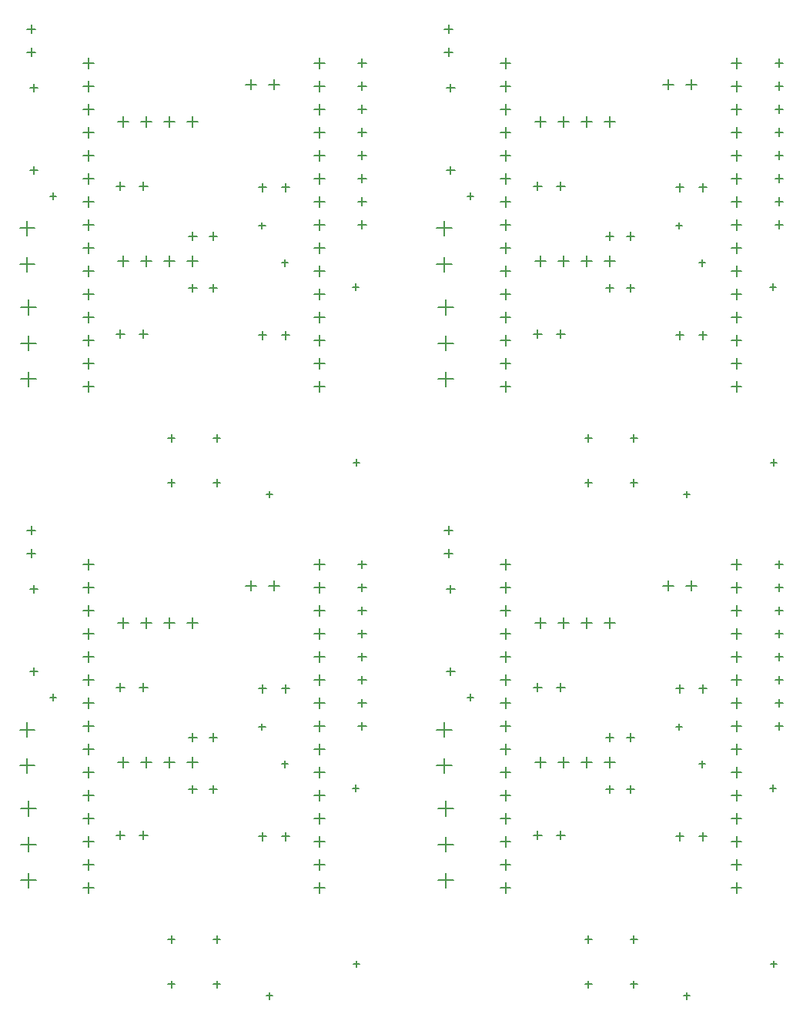
<source format=gbr>
G04*
G04 #@! TF.GenerationSoftware,Altium Limited,Altium Designer,25.4.2 (15)*
G04*
G04 Layer_Color=128*
%FSLAX44Y44*%
%MOMM*%
G71*
G04*
G04 #@! TF.SameCoordinates,E50F2220-639C-4698-B7CA-9BFD618F9179*
G04*
G04*
G04 #@! TF.FilePolarity,Positive*
G04*
G01*
G75*
%ADD52C,0.1270*%
D52*
X751750Y313710D02*
X759750D01*
X755750Y309710D02*
Y317710D01*
X701750Y313710D02*
X709750D01*
X705750Y309710D02*
Y317710D01*
X751750Y362960D02*
X759750D01*
X755750Y358960D02*
Y366960D01*
X701750Y362960D02*
X709750D01*
X705750Y358960D02*
Y366960D01*
X787650Y752010D02*
X799250D01*
X793450Y746210D02*
Y757810D01*
X813050Y752010D02*
X824650D01*
X818850Y746210D02*
Y757810D01*
X647250Y557810D02*
X658850D01*
X653050Y552010D02*
Y563610D01*
X672650Y557810D02*
X684250D01*
X678450Y552010D02*
Y563610D01*
X698050Y557810D02*
X709650D01*
X703850Y552010D02*
Y563610D01*
X723450Y557810D02*
X735050D01*
X729250Y552010D02*
Y563610D01*
X647250Y711210D02*
X658850D01*
X653050Y705410D02*
Y717010D01*
X672650Y711210D02*
X684250D01*
X678450Y705410D02*
Y717010D01*
X698050Y711210D02*
X709650D01*
X703850Y705410D02*
Y717010D01*
X723450Y711210D02*
X735050D01*
X729250Y705410D02*
Y717010D01*
X724750Y585210D02*
X733750D01*
X729250Y580710D02*
Y589710D01*
X724750Y528210D02*
X733750D01*
X729250Y523710D02*
Y532710D01*
X911000Y597710D02*
X920000D01*
X915500Y593210D02*
Y602210D01*
X911000Y623110D02*
X920000D01*
X915500Y618610D02*
Y627610D01*
X911000Y648510D02*
X920000D01*
X915500Y644010D02*
Y653010D01*
X911000Y673910D02*
X920000D01*
X915500Y669410D02*
Y678410D01*
X911000Y699310D02*
X920000D01*
X915500Y694810D02*
Y703810D01*
X911000Y724710D02*
X920000D01*
X915500Y720210D02*
Y729210D01*
X911000Y750110D02*
X920000D01*
X915500Y745610D02*
Y754610D01*
X911000Y775510D02*
X920000D01*
X915500Y771010D02*
Y780010D01*
X645250Y640270D02*
X654250D01*
X649750Y635770D02*
Y644770D01*
X670650Y640270D02*
X679650D01*
X675150Y635770D02*
Y644770D01*
X862700Y775510D02*
X874300D01*
X868500Y769710D02*
Y781310D01*
X862700Y750110D02*
X874300D01*
X868500Y744310D02*
Y755910D01*
X862700Y724710D02*
X874300D01*
X868500Y718910D02*
Y730510D01*
X862700Y699310D02*
X874300D01*
X868500Y693510D02*
Y705110D01*
X862700Y673910D02*
X874300D01*
X868500Y668110D02*
Y679710D01*
X862700Y648510D02*
X874300D01*
X868500Y642710D02*
Y654310D01*
X862700Y623110D02*
X874300D01*
X868500Y617310D02*
Y628910D01*
X862700Y597710D02*
X874300D01*
X868500Y591910D02*
Y603510D01*
X862700Y572310D02*
X874300D01*
X868500Y566510D02*
Y578110D01*
X862700Y546910D02*
X874300D01*
X868500Y541110D02*
Y552710D01*
X862700Y521510D02*
X874300D01*
X868500Y515710D02*
Y527310D01*
X862700Y496110D02*
X874300D01*
X868500Y490310D02*
Y501910D01*
X862700Y470710D02*
X874300D01*
X868500Y464910D02*
Y476510D01*
X862700Y419910D02*
X874300D01*
X868500Y414110D02*
Y425710D01*
X862700Y445310D02*
X874300D01*
X868500Y439510D02*
Y451110D01*
X608700Y496110D02*
X620300D01*
X614500Y490310D02*
Y501910D01*
X608700Y775510D02*
X620300D01*
X614500Y769710D02*
Y781310D01*
X608700Y750110D02*
X620300D01*
X614500Y744310D02*
Y755910D01*
X608700Y724710D02*
X620300D01*
X614500Y718910D02*
Y730510D01*
X608700Y699310D02*
X620300D01*
X614500Y693510D02*
Y705110D01*
X608700Y673910D02*
X620300D01*
X614500Y668110D02*
Y679710D01*
X608700Y648510D02*
X620300D01*
X614500Y642710D02*
Y654310D01*
X608700Y623110D02*
X620300D01*
X614500Y617310D02*
Y628910D01*
X608700Y597710D02*
X620300D01*
X614500Y591910D02*
Y603510D01*
X608700Y572310D02*
X620300D01*
X614500Y566510D02*
Y578110D01*
X608700Y546910D02*
X620300D01*
X614500Y541110D02*
Y552710D01*
X608700Y521510D02*
X620300D01*
X614500Y515710D02*
Y527310D01*
X608700Y470710D02*
X620300D01*
X614500Y464910D02*
Y476510D01*
X608700Y445310D02*
X620300D01*
X614500Y439510D02*
Y451110D01*
X608700Y419910D02*
X620300D01*
X614500Y414110D02*
Y425710D01*
X747500Y528210D02*
X756500D01*
X752000Y523710D02*
Y532710D01*
X747500Y585210D02*
X756500D01*
X752000Y580710D02*
Y589710D01*
X827000Y476150D02*
X836000D01*
X831500Y471650D02*
Y480650D01*
X801600Y476150D02*
X810600D01*
X806100Y471650D02*
Y480650D01*
X801600Y638710D02*
X810600D01*
X806100Y634210D02*
Y643210D01*
X827000Y638710D02*
X836000D01*
X831500Y634210D02*
Y643210D01*
X670650Y477710D02*
X679650D01*
X675150Y473210D02*
Y482210D01*
X645250Y477710D02*
X654250D01*
X649750Y473210D02*
Y482210D01*
X540500Y507060D02*
X557000D01*
X548750Y498810D02*
Y515310D01*
X540500Y467460D02*
X557000D01*
X548750Y459210D02*
Y475710D01*
X540500Y427860D02*
X557000D01*
X548750Y419610D02*
Y436110D01*
X539000Y593710D02*
X555500D01*
X547250Y585460D02*
Y601960D01*
X539000Y554110D02*
X555500D01*
X547250Y545860D02*
Y562360D01*
X547250Y812911D02*
X556250D01*
X551750Y808411D02*
Y817411D01*
X547250Y787510D02*
X556250D01*
X551750Y783010D02*
Y792010D01*
X550000Y657960D02*
X558500D01*
X554250Y653710D02*
Y662210D01*
X550000Y747960D02*
X558500D01*
X554250Y743710D02*
Y752210D01*
X572194Y629210D02*
X579306D01*
X575750Y625654D02*
Y632766D01*
X826944Y555710D02*
X834056D01*
X830500Y552154D02*
Y559266D01*
X905944Y336210D02*
X913056D01*
X909500Y332654D02*
Y339766D01*
X801944Y596710D02*
X809056D01*
X805500Y593154D02*
Y600266D01*
X810194Y300960D02*
X817306D01*
X813750Y297404D02*
Y304516D01*
X905070Y529290D02*
X912182D01*
X908626Y525734D02*
Y532846D01*
X1210540Y313710D02*
X1218540D01*
X1214540Y309710D02*
Y317710D01*
X1160540Y313710D02*
X1168540D01*
X1164540Y309710D02*
Y317710D01*
X1210540Y362960D02*
X1218540D01*
X1214540Y358960D02*
Y366960D01*
X1160540Y362960D02*
X1168540D01*
X1164540Y358960D02*
Y366960D01*
X1246440Y752010D02*
X1258040D01*
X1252240Y746210D02*
Y757810D01*
X1271840Y752010D02*
X1283440D01*
X1277640Y746210D02*
Y757810D01*
X1106040Y557810D02*
X1117640D01*
X1111840Y552010D02*
Y563610D01*
X1131440Y557810D02*
X1143040D01*
X1137240Y552010D02*
Y563610D01*
X1156840Y557810D02*
X1168440D01*
X1162640Y552010D02*
Y563610D01*
X1182240Y557810D02*
X1193840D01*
X1188040Y552010D02*
Y563610D01*
X1106040Y711210D02*
X1117640D01*
X1111840Y705410D02*
Y717010D01*
X1131440Y711210D02*
X1143040D01*
X1137240Y705410D02*
Y717010D01*
X1156840Y711210D02*
X1168440D01*
X1162640Y705410D02*
Y717010D01*
X1182240Y711210D02*
X1193840D01*
X1188040Y705410D02*
Y717010D01*
X1183540Y585210D02*
X1192540D01*
X1188040Y580710D02*
Y589710D01*
X1183540Y528210D02*
X1192540D01*
X1188040Y523710D02*
Y532710D01*
X1369790Y597710D02*
X1378790D01*
X1374290Y593210D02*
Y602210D01*
X1369790Y623110D02*
X1378790D01*
X1374290Y618610D02*
Y627610D01*
X1369790Y648510D02*
X1378790D01*
X1374290Y644010D02*
Y653010D01*
X1369790Y673910D02*
X1378790D01*
X1374290Y669410D02*
Y678410D01*
X1369790Y699310D02*
X1378790D01*
X1374290Y694810D02*
Y703810D01*
X1369790Y724710D02*
X1378790D01*
X1374290Y720210D02*
Y729210D01*
X1369790Y750110D02*
X1378790D01*
X1374290Y745610D02*
Y754610D01*
X1369790Y775510D02*
X1378790D01*
X1374290Y771010D02*
Y780010D01*
X1104040Y640270D02*
X1113040D01*
X1108540Y635770D02*
Y644770D01*
X1129440Y640270D02*
X1138440D01*
X1133940Y635770D02*
Y644770D01*
X1321490Y775510D02*
X1333090D01*
X1327290Y769710D02*
Y781310D01*
X1321490Y750110D02*
X1333090D01*
X1327290Y744310D02*
Y755910D01*
X1321490Y724710D02*
X1333090D01*
X1327290Y718910D02*
Y730510D01*
X1321490Y699310D02*
X1333090D01*
X1327290Y693510D02*
Y705110D01*
X1321490Y673910D02*
X1333090D01*
X1327290Y668110D02*
Y679710D01*
X1321490Y648510D02*
X1333090D01*
X1327290Y642710D02*
Y654310D01*
X1321490Y623110D02*
X1333090D01*
X1327290Y617310D02*
Y628910D01*
X1321490Y597710D02*
X1333090D01*
X1327290Y591910D02*
Y603510D01*
X1321490Y572310D02*
X1333090D01*
X1327290Y566510D02*
Y578110D01*
X1321490Y546910D02*
X1333090D01*
X1327290Y541110D02*
Y552710D01*
X1321490Y521510D02*
X1333090D01*
X1327290Y515710D02*
Y527310D01*
X1321490Y496110D02*
X1333090D01*
X1327290Y490310D02*
Y501910D01*
X1321490Y470710D02*
X1333090D01*
X1327290Y464910D02*
Y476510D01*
X1321490Y419910D02*
X1333090D01*
X1327290Y414110D02*
Y425710D01*
X1321490Y445310D02*
X1333090D01*
X1327290Y439510D02*
Y451110D01*
X1067490Y496110D02*
X1079090D01*
X1073290Y490310D02*
Y501910D01*
X1067490Y775510D02*
X1079090D01*
X1073290Y769710D02*
Y781310D01*
X1067490Y750110D02*
X1079090D01*
X1073290Y744310D02*
Y755910D01*
X1067490Y724710D02*
X1079090D01*
X1073290Y718910D02*
Y730510D01*
X1067490Y699310D02*
X1079090D01*
X1073290Y693510D02*
Y705110D01*
X1067490Y673910D02*
X1079090D01*
X1073290Y668110D02*
Y679710D01*
X1067490Y648510D02*
X1079090D01*
X1073290Y642710D02*
Y654310D01*
X1067490Y623110D02*
X1079090D01*
X1073290Y617310D02*
Y628910D01*
X1067490Y597710D02*
X1079090D01*
X1073290Y591910D02*
Y603510D01*
X1067490Y572310D02*
X1079090D01*
X1073290Y566510D02*
Y578110D01*
X1067490Y546910D02*
X1079090D01*
X1073290Y541110D02*
Y552710D01*
X1067490Y521510D02*
X1079090D01*
X1073290Y515710D02*
Y527310D01*
X1067490Y470710D02*
X1079090D01*
X1073290Y464910D02*
Y476510D01*
X1067490Y445310D02*
X1079090D01*
X1073290Y439510D02*
Y451110D01*
X1067490Y419910D02*
X1079090D01*
X1073290Y414110D02*
Y425710D01*
X1206290Y528210D02*
X1215290D01*
X1210790Y523710D02*
Y532710D01*
X1206290Y585210D02*
X1215290D01*
X1210790Y580710D02*
Y589710D01*
X1285790Y476150D02*
X1294790D01*
X1290290Y471650D02*
Y480650D01*
X1260390Y476150D02*
X1269390D01*
X1264890Y471650D02*
Y480650D01*
X1260390Y638710D02*
X1269390D01*
X1264890Y634210D02*
Y643210D01*
X1285790Y638710D02*
X1294790D01*
X1290290Y634210D02*
Y643210D01*
X1129440Y477710D02*
X1138440D01*
X1133940Y473210D02*
Y482210D01*
X1104040Y477710D02*
X1113040D01*
X1108540Y473210D02*
Y482210D01*
X999290Y507060D02*
X1015790D01*
X1007540Y498810D02*
Y515310D01*
X999290Y467460D02*
X1015790D01*
X1007540Y459210D02*
Y475710D01*
X999290Y427860D02*
X1015790D01*
X1007540Y419610D02*
Y436110D01*
X997790Y593710D02*
X1014290D01*
X1006040Y585460D02*
Y601960D01*
X997790Y554110D02*
X1014290D01*
X1006040Y545860D02*
Y562360D01*
X1006040Y812911D02*
X1015040D01*
X1010540Y808411D02*
Y817411D01*
X1006040Y787510D02*
X1015040D01*
X1010540Y783010D02*
Y792010D01*
X1008790Y657960D02*
X1017290D01*
X1013040Y653710D02*
Y662210D01*
X1008790Y747960D02*
X1017290D01*
X1013040Y743710D02*
Y752210D01*
X1030984Y629210D02*
X1038096D01*
X1034540Y625654D02*
Y632766D01*
X1285734Y555710D02*
X1292846D01*
X1289290Y552154D02*
Y559266D01*
X1364734Y336210D02*
X1371846D01*
X1368290Y332654D02*
Y339766D01*
X1260734Y596710D02*
X1267846D01*
X1264290Y593154D02*
Y600266D01*
X1268984Y300960D02*
X1276096D01*
X1272540Y297404D02*
Y304516D01*
X1363860Y529290D02*
X1370972D01*
X1367416Y525734D02*
Y532846D01*
X751750Y864980D02*
X759750D01*
X755750Y860980D02*
Y868980D01*
X701750Y864980D02*
X709750D01*
X705750Y860980D02*
Y868980D01*
X751750Y914230D02*
X759750D01*
X755750Y910230D02*
Y918230D01*
X701750Y914230D02*
X709750D01*
X705750Y910230D02*
Y918230D01*
X787650Y1303280D02*
X799250D01*
X793450Y1297480D02*
Y1309080D01*
X813050Y1303280D02*
X824650D01*
X818850Y1297480D02*
Y1309080D01*
X647250Y1109080D02*
X658850D01*
X653050Y1103280D02*
Y1114880D01*
X672650Y1109080D02*
X684250D01*
X678450Y1103280D02*
Y1114880D01*
X698050Y1109080D02*
X709650D01*
X703850Y1103280D02*
Y1114880D01*
X723450Y1109080D02*
X735050D01*
X729250Y1103280D02*
Y1114880D01*
X647250Y1262480D02*
X658850D01*
X653050Y1256680D02*
Y1268280D01*
X672650Y1262480D02*
X684250D01*
X678450Y1256680D02*
Y1268280D01*
X698050Y1262480D02*
X709650D01*
X703850Y1256680D02*
Y1268280D01*
X723450Y1262480D02*
X735050D01*
X729250Y1256680D02*
Y1268280D01*
X724750Y1136480D02*
X733750D01*
X729250Y1131980D02*
Y1140980D01*
X724750Y1079480D02*
X733750D01*
X729250Y1074980D02*
Y1083980D01*
X911000Y1148980D02*
X920000D01*
X915500Y1144480D02*
Y1153480D01*
X911000Y1174380D02*
X920000D01*
X915500Y1169880D02*
Y1178880D01*
X911000Y1199780D02*
X920000D01*
X915500Y1195280D02*
Y1204280D01*
X911000Y1225180D02*
X920000D01*
X915500Y1220680D02*
Y1229680D01*
X911000Y1250580D02*
X920000D01*
X915500Y1246080D02*
Y1255080D01*
X911000Y1275980D02*
X920000D01*
X915500Y1271480D02*
Y1280480D01*
X911000Y1301380D02*
X920000D01*
X915500Y1296880D02*
Y1305880D01*
X911000Y1326780D02*
X920000D01*
X915500Y1322280D02*
Y1331280D01*
X645250Y1191540D02*
X654250D01*
X649750Y1187040D02*
Y1196040D01*
X670650Y1191540D02*
X679650D01*
X675150Y1187040D02*
Y1196040D01*
X862700Y1326780D02*
X874300D01*
X868500Y1320980D02*
Y1332580D01*
X862700Y1301380D02*
X874300D01*
X868500Y1295580D02*
Y1307180D01*
X862700Y1275980D02*
X874300D01*
X868500Y1270180D02*
Y1281780D01*
X862700Y1250580D02*
X874300D01*
X868500Y1244780D02*
Y1256380D01*
X862700Y1225180D02*
X874300D01*
X868500Y1219380D02*
Y1230980D01*
X862700Y1199780D02*
X874300D01*
X868500Y1193980D02*
Y1205580D01*
X862700Y1174380D02*
X874300D01*
X868500Y1168580D02*
Y1180180D01*
X862700Y1148980D02*
X874300D01*
X868500Y1143180D02*
Y1154780D01*
X862700Y1123580D02*
X874300D01*
X868500Y1117780D02*
Y1129380D01*
X862700Y1098180D02*
X874300D01*
X868500Y1092380D02*
Y1103980D01*
X862700Y1072780D02*
X874300D01*
X868500Y1066980D02*
Y1078580D01*
X862700Y1047380D02*
X874300D01*
X868500Y1041580D02*
Y1053180D01*
X862700Y1021980D02*
X874300D01*
X868500Y1016180D02*
Y1027780D01*
X862700Y971180D02*
X874300D01*
X868500Y965380D02*
Y976980D01*
X862700Y996580D02*
X874300D01*
X868500Y990780D02*
Y1002380D01*
X608700Y1047380D02*
X620300D01*
X614500Y1041580D02*
Y1053180D01*
X608700Y1326780D02*
X620300D01*
X614500Y1320980D02*
Y1332580D01*
X608700Y1301380D02*
X620300D01*
X614500Y1295580D02*
Y1307180D01*
X608700Y1275980D02*
X620300D01*
X614500Y1270180D02*
Y1281780D01*
X608700Y1250580D02*
X620300D01*
X614500Y1244780D02*
Y1256380D01*
X608700Y1225180D02*
X620300D01*
X614500Y1219380D02*
Y1230980D01*
X608700Y1199780D02*
X620300D01*
X614500Y1193980D02*
Y1205580D01*
X608700Y1174380D02*
X620300D01*
X614500Y1168580D02*
Y1180180D01*
X608700Y1148980D02*
X620300D01*
X614500Y1143180D02*
Y1154780D01*
X608700Y1123580D02*
X620300D01*
X614500Y1117780D02*
Y1129380D01*
X608700Y1098180D02*
X620300D01*
X614500Y1092380D02*
Y1103980D01*
X608700Y1072780D02*
X620300D01*
X614500Y1066980D02*
Y1078580D01*
X608700Y1021980D02*
X620300D01*
X614500Y1016180D02*
Y1027780D01*
X608700Y996580D02*
X620300D01*
X614500Y990780D02*
Y1002380D01*
X608700Y971180D02*
X620300D01*
X614500Y965380D02*
Y976980D01*
X747500Y1079480D02*
X756500D01*
X752000Y1074980D02*
Y1083980D01*
X747500Y1136480D02*
X756500D01*
X752000Y1131980D02*
Y1140980D01*
X827000Y1027420D02*
X836000D01*
X831500Y1022920D02*
Y1031920D01*
X801600Y1027420D02*
X810600D01*
X806100Y1022920D02*
Y1031920D01*
X801600Y1189980D02*
X810600D01*
X806100Y1185480D02*
Y1194480D01*
X827000Y1189980D02*
X836000D01*
X831500Y1185480D02*
Y1194480D01*
X670650Y1028980D02*
X679650D01*
X675150Y1024480D02*
Y1033480D01*
X645250Y1028980D02*
X654250D01*
X649750Y1024480D02*
Y1033480D01*
X540500Y1058330D02*
X557000D01*
X548750Y1050080D02*
Y1066580D01*
X540500Y1018730D02*
X557000D01*
X548750Y1010480D02*
Y1026980D01*
X540500Y979130D02*
X557000D01*
X548750Y970880D02*
Y987380D01*
X539000Y1144980D02*
X555500D01*
X547250Y1136730D02*
Y1153230D01*
X539000Y1105380D02*
X555500D01*
X547250Y1097130D02*
Y1113630D01*
X547250Y1364181D02*
X556250D01*
X551750Y1359681D02*
Y1368681D01*
X547250Y1338780D02*
X556250D01*
X551750Y1334280D02*
Y1343280D01*
X550000Y1209230D02*
X558500D01*
X554250Y1204980D02*
Y1213480D01*
X550000Y1299230D02*
X558500D01*
X554250Y1294980D02*
Y1303480D01*
X572194Y1180480D02*
X579306D01*
X575750Y1176924D02*
Y1184036D01*
X826944Y1106980D02*
X834056D01*
X830500Y1103424D02*
Y1110536D01*
X905944Y887480D02*
X913056D01*
X909500Y883924D02*
Y891036D01*
X801944Y1147980D02*
X809056D01*
X805500Y1144424D02*
Y1151536D01*
X810194Y852230D02*
X817306D01*
X813750Y848674D02*
Y855786D01*
X905070Y1080560D02*
X912182D01*
X908626Y1077004D02*
Y1084116D01*
X1210540Y864980D02*
X1218540D01*
X1214540Y860980D02*
Y868980D01*
X1160540Y864980D02*
X1168540D01*
X1164540Y860980D02*
Y868980D01*
X1210540Y914230D02*
X1218540D01*
X1214540Y910230D02*
Y918230D01*
X1160540Y914230D02*
X1168540D01*
X1164540Y910230D02*
Y918230D01*
X1246440Y1303280D02*
X1258040D01*
X1252240Y1297480D02*
Y1309080D01*
X1271840Y1303280D02*
X1283440D01*
X1277640Y1297480D02*
Y1309080D01*
X1106040Y1109080D02*
X1117640D01*
X1111840Y1103280D02*
Y1114880D01*
X1131440Y1109080D02*
X1143040D01*
X1137240Y1103280D02*
Y1114880D01*
X1156840Y1109080D02*
X1168440D01*
X1162640Y1103280D02*
Y1114880D01*
X1182240Y1109080D02*
X1193840D01*
X1188040Y1103280D02*
Y1114880D01*
X1106040Y1262480D02*
X1117640D01*
X1111840Y1256680D02*
Y1268280D01*
X1131440Y1262480D02*
X1143040D01*
X1137240Y1256680D02*
Y1268280D01*
X1156840Y1262480D02*
X1168440D01*
X1162640Y1256680D02*
Y1268280D01*
X1182240Y1262480D02*
X1193840D01*
X1188040Y1256680D02*
Y1268280D01*
X1183540Y1136480D02*
X1192540D01*
X1188040Y1131980D02*
Y1140980D01*
X1183540Y1079480D02*
X1192540D01*
X1188040Y1074980D02*
Y1083980D01*
X1369790Y1148980D02*
X1378790D01*
X1374290Y1144480D02*
Y1153480D01*
X1369790Y1174380D02*
X1378790D01*
X1374290Y1169880D02*
Y1178880D01*
X1369790Y1199780D02*
X1378790D01*
X1374290Y1195280D02*
Y1204280D01*
X1369790Y1225180D02*
X1378790D01*
X1374290Y1220680D02*
Y1229680D01*
X1369790Y1250580D02*
X1378790D01*
X1374290Y1246080D02*
Y1255080D01*
X1369790Y1275980D02*
X1378790D01*
X1374290Y1271480D02*
Y1280480D01*
X1369790Y1301380D02*
X1378790D01*
X1374290Y1296880D02*
Y1305880D01*
X1369790Y1326780D02*
X1378790D01*
X1374290Y1322280D02*
Y1331280D01*
X1104040Y1191540D02*
X1113040D01*
X1108540Y1187040D02*
Y1196040D01*
X1129440Y1191540D02*
X1138440D01*
X1133940Y1187040D02*
Y1196040D01*
X1321490Y1326780D02*
X1333090D01*
X1327290Y1320980D02*
Y1332580D01*
X1321490Y1301380D02*
X1333090D01*
X1327290Y1295580D02*
Y1307180D01*
X1321490Y1275980D02*
X1333090D01*
X1327290Y1270180D02*
Y1281780D01*
X1321490Y1250580D02*
X1333090D01*
X1327290Y1244780D02*
Y1256380D01*
X1321490Y1225180D02*
X1333090D01*
X1327290Y1219380D02*
Y1230980D01*
X1321490Y1199780D02*
X1333090D01*
X1327290Y1193980D02*
Y1205580D01*
X1321490Y1174380D02*
X1333090D01*
X1327290Y1168580D02*
Y1180180D01*
X1321490Y1148980D02*
X1333090D01*
X1327290Y1143180D02*
Y1154780D01*
X1321490Y1123580D02*
X1333090D01*
X1327290Y1117780D02*
Y1129380D01*
X1321490Y1098180D02*
X1333090D01*
X1327290Y1092380D02*
Y1103980D01*
X1321490Y1072780D02*
X1333090D01*
X1327290Y1066980D02*
Y1078580D01*
X1321490Y1047380D02*
X1333090D01*
X1327290Y1041580D02*
Y1053180D01*
X1321490Y1021980D02*
X1333090D01*
X1327290Y1016180D02*
Y1027780D01*
X1321490Y971180D02*
X1333090D01*
X1327290Y965380D02*
Y976980D01*
X1321490Y996580D02*
X1333090D01*
X1327290Y990780D02*
Y1002380D01*
X1067490Y1047380D02*
X1079090D01*
X1073290Y1041580D02*
Y1053180D01*
X1067490Y1326780D02*
X1079090D01*
X1073290Y1320980D02*
Y1332580D01*
X1067490Y1301380D02*
X1079090D01*
X1073290Y1295580D02*
Y1307180D01*
X1067490Y1275980D02*
X1079090D01*
X1073290Y1270180D02*
Y1281780D01*
X1067490Y1250580D02*
X1079090D01*
X1073290Y1244780D02*
Y1256380D01*
X1067490Y1225180D02*
X1079090D01*
X1073290Y1219380D02*
Y1230980D01*
X1067490Y1199780D02*
X1079090D01*
X1073290Y1193980D02*
Y1205580D01*
X1067490Y1174380D02*
X1079090D01*
X1073290Y1168580D02*
Y1180180D01*
X1067490Y1148980D02*
X1079090D01*
X1073290Y1143180D02*
Y1154780D01*
X1067490Y1123580D02*
X1079090D01*
X1073290Y1117780D02*
Y1129380D01*
X1067490Y1098180D02*
X1079090D01*
X1073290Y1092380D02*
Y1103980D01*
X1067490Y1072780D02*
X1079090D01*
X1073290Y1066980D02*
Y1078580D01*
X1067490Y1021980D02*
X1079090D01*
X1073290Y1016180D02*
Y1027780D01*
X1067490Y996580D02*
X1079090D01*
X1073290Y990780D02*
Y1002380D01*
X1067490Y971180D02*
X1079090D01*
X1073290Y965380D02*
Y976980D01*
X1206290Y1079480D02*
X1215290D01*
X1210790Y1074980D02*
Y1083980D01*
X1206290Y1136480D02*
X1215290D01*
X1210790Y1131980D02*
Y1140980D01*
X1285790Y1027420D02*
X1294790D01*
X1290290Y1022920D02*
Y1031920D01*
X1260390Y1027420D02*
X1269390D01*
X1264890Y1022920D02*
Y1031920D01*
X1260390Y1189980D02*
X1269390D01*
X1264890Y1185480D02*
Y1194480D01*
X1285790Y1189980D02*
X1294790D01*
X1290290Y1185480D02*
Y1194480D01*
X1129440Y1028980D02*
X1138440D01*
X1133940Y1024480D02*
Y1033480D01*
X1104040Y1028980D02*
X1113040D01*
X1108540Y1024480D02*
Y1033480D01*
X999290Y1058330D02*
X1015790D01*
X1007540Y1050080D02*
Y1066580D01*
X999290Y1018730D02*
X1015790D01*
X1007540Y1010480D02*
Y1026980D01*
X999290Y979130D02*
X1015790D01*
X1007540Y970880D02*
Y987380D01*
X997790Y1144980D02*
X1014290D01*
X1006040Y1136730D02*
Y1153230D01*
X997790Y1105380D02*
X1014290D01*
X1006040Y1097130D02*
Y1113630D01*
X1006040Y1364181D02*
X1015040D01*
X1010540Y1359681D02*
Y1368681D01*
X1006040Y1338780D02*
X1015040D01*
X1010540Y1334280D02*
Y1343280D01*
X1008790Y1209230D02*
X1017290D01*
X1013040Y1204980D02*
Y1213480D01*
X1008790Y1299230D02*
X1017290D01*
X1013040Y1294980D02*
Y1303480D01*
X1030984Y1180480D02*
X1038096D01*
X1034540Y1176924D02*
Y1184036D01*
X1285734Y1106980D02*
X1292846D01*
X1289290Y1103424D02*
Y1110536D01*
X1364734Y887480D02*
X1371846D01*
X1368290Y883924D02*
Y891036D01*
X1260734Y1147980D02*
X1267846D01*
X1264290Y1144424D02*
Y1151536D01*
X1268984Y852230D02*
X1276096D01*
X1272540Y848674D02*
Y855786D01*
X1363860Y1080560D02*
X1370972D01*
X1367416Y1077004D02*
Y1084116D01*
M02*

</source>
